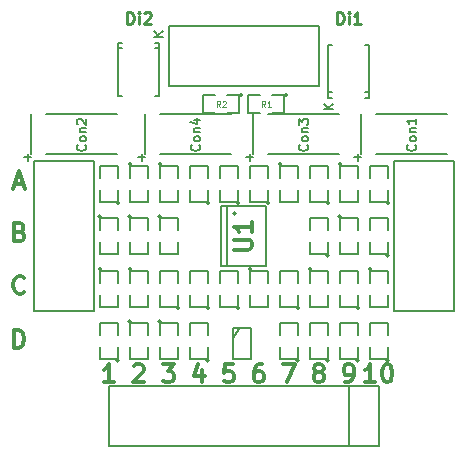
<source format=gbr>
G04 #@! TF.FileFunction,Legend,Top*
%FSLAX46Y46*%
G04 Gerber Fmt 4.6, Leading zero omitted, Abs format (unit mm)*
G04 Created by KiCad (PCBNEW 4.0.2+dfsg1-2~bpo8+1-stable) date Fri 31 Mar 2017 07:50:44 PM CEST*
%MOMM*%
G01*
G04 APERTURE LIST*
%ADD10C,0.100000*%
%ADD11C,0.300000*%
%ADD12C,0.150000*%
%ADD13C,0.304800*%
%ADD14C,0.109220*%
%ADD15C,0.250000*%
%ADD16C,0.200000*%
G04 APERTURE END LIST*
D10*
D11*
X127877143Y-105961571D02*
X127877143Y-104461571D01*
X128234286Y-104461571D01*
X128448571Y-104533000D01*
X128591429Y-104675857D01*
X128662857Y-104818714D01*
X128734286Y-105104429D01*
X128734286Y-105318714D01*
X128662857Y-105604429D01*
X128591429Y-105747286D01*
X128448571Y-105890143D01*
X128234286Y-105961571D01*
X127877143Y-105961571D01*
X128734286Y-101246714D02*
X128662857Y-101318143D01*
X128448571Y-101389571D01*
X128305714Y-101389571D01*
X128091429Y-101318143D01*
X127948571Y-101175286D01*
X127877143Y-101032429D01*
X127805714Y-100746714D01*
X127805714Y-100532429D01*
X127877143Y-100246714D01*
X127948571Y-100103857D01*
X128091429Y-99961000D01*
X128305714Y-99889571D01*
X128448571Y-99889571D01*
X128662857Y-99961000D01*
X128734286Y-100032429D01*
X128377143Y-96158857D02*
X128591429Y-96230286D01*
X128662857Y-96301714D01*
X128734286Y-96444571D01*
X128734286Y-96658857D01*
X128662857Y-96801714D01*
X128591429Y-96873143D01*
X128448571Y-96944571D01*
X127877143Y-96944571D01*
X127877143Y-95444571D01*
X128377143Y-95444571D01*
X128520000Y-95516000D01*
X128591429Y-95587429D01*
X128662857Y-95730286D01*
X128662857Y-95873143D01*
X128591429Y-96016000D01*
X128520000Y-96087429D01*
X128377143Y-96158857D01*
X127877143Y-96158857D01*
X127912857Y-92071000D02*
X128627143Y-92071000D01*
X127770000Y-92499571D02*
X128270000Y-90999571D01*
X128770000Y-92499571D01*
X158464286Y-108882571D02*
X157607143Y-108882571D01*
X158035715Y-108882571D02*
X158035715Y-107382571D01*
X157892858Y-107596857D01*
X157750000Y-107739714D01*
X157607143Y-107811143D01*
X159392857Y-107382571D02*
X159535714Y-107382571D01*
X159678571Y-107454000D01*
X159750000Y-107525429D01*
X159821429Y-107668286D01*
X159892857Y-107954000D01*
X159892857Y-108311143D01*
X159821429Y-108596857D01*
X159750000Y-108739714D01*
X159678571Y-108811143D01*
X159535714Y-108882571D01*
X159392857Y-108882571D01*
X159250000Y-108811143D01*
X159178571Y-108739714D01*
X159107143Y-108596857D01*
X159035714Y-108311143D01*
X159035714Y-107954000D01*
X159107143Y-107668286D01*
X159178571Y-107525429D01*
X159250000Y-107454000D01*
X159392857Y-107382571D01*
X155924286Y-108882571D02*
X156210001Y-108882571D01*
X156352858Y-108811143D01*
X156424286Y-108739714D01*
X156567144Y-108525429D01*
X156638572Y-108239714D01*
X156638572Y-107668286D01*
X156567144Y-107525429D01*
X156495715Y-107454000D01*
X156352858Y-107382571D01*
X156067144Y-107382571D01*
X155924286Y-107454000D01*
X155852858Y-107525429D01*
X155781429Y-107668286D01*
X155781429Y-108025429D01*
X155852858Y-108168286D01*
X155924286Y-108239714D01*
X156067144Y-108311143D01*
X156352858Y-108311143D01*
X156495715Y-108239714D01*
X156567144Y-108168286D01*
X156638572Y-108025429D01*
X153527144Y-108025429D02*
X153384286Y-107954000D01*
X153312858Y-107882571D01*
X153241429Y-107739714D01*
X153241429Y-107668286D01*
X153312858Y-107525429D01*
X153384286Y-107454000D01*
X153527144Y-107382571D01*
X153812858Y-107382571D01*
X153955715Y-107454000D01*
X154027144Y-107525429D01*
X154098572Y-107668286D01*
X154098572Y-107739714D01*
X154027144Y-107882571D01*
X153955715Y-107954000D01*
X153812858Y-108025429D01*
X153527144Y-108025429D01*
X153384286Y-108096857D01*
X153312858Y-108168286D01*
X153241429Y-108311143D01*
X153241429Y-108596857D01*
X153312858Y-108739714D01*
X153384286Y-108811143D01*
X153527144Y-108882571D01*
X153812858Y-108882571D01*
X153955715Y-108811143D01*
X154027144Y-108739714D01*
X154098572Y-108596857D01*
X154098572Y-108311143D01*
X154027144Y-108168286D01*
X153955715Y-108096857D01*
X153812858Y-108025429D01*
X150630001Y-107382571D02*
X151630001Y-107382571D01*
X150987144Y-108882571D01*
X148875715Y-107382571D02*
X148590001Y-107382571D01*
X148447144Y-107454000D01*
X148375715Y-107525429D01*
X148232858Y-107739714D01*
X148161429Y-108025429D01*
X148161429Y-108596857D01*
X148232858Y-108739714D01*
X148304286Y-108811143D01*
X148447144Y-108882571D01*
X148732858Y-108882571D01*
X148875715Y-108811143D01*
X148947144Y-108739714D01*
X149018572Y-108596857D01*
X149018572Y-108239714D01*
X148947144Y-108096857D01*
X148875715Y-108025429D01*
X148732858Y-107954000D01*
X148447144Y-107954000D01*
X148304286Y-108025429D01*
X148232858Y-108096857D01*
X148161429Y-108239714D01*
X146407144Y-107382571D02*
X145692858Y-107382571D01*
X145621429Y-108096857D01*
X145692858Y-108025429D01*
X145835715Y-107954000D01*
X146192858Y-107954000D01*
X146335715Y-108025429D01*
X146407144Y-108096857D01*
X146478572Y-108239714D01*
X146478572Y-108596857D01*
X146407144Y-108739714D01*
X146335715Y-108811143D01*
X146192858Y-108882571D01*
X145835715Y-108882571D01*
X145692858Y-108811143D01*
X145621429Y-108739714D01*
X143795715Y-107882571D02*
X143795715Y-108882571D01*
X143438572Y-107311143D02*
X143081429Y-108382571D01*
X144010001Y-108382571D01*
X140470001Y-107382571D02*
X141398572Y-107382571D01*
X140898572Y-107954000D01*
X141112858Y-107954000D01*
X141255715Y-108025429D01*
X141327144Y-108096857D01*
X141398572Y-108239714D01*
X141398572Y-108596857D01*
X141327144Y-108739714D01*
X141255715Y-108811143D01*
X141112858Y-108882571D01*
X140684286Y-108882571D01*
X140541429Y-108811143D01*
X140470001Y-108739714D01*
X138001429Y-107525429D02*
X138072858Y-107454000D01*
X138215715Y-107382571D01*
X138572858Y-107382571D01*
X138715715Y-107454000D01*
X138787144Y-107525429D01*
X138858572Y-107668286D01*
X138858572Y-107811143D01*
X138787144Y-108025429D01*
X137930001Y-108882571D01*
X138858572Y-108882571D01*
X136318572Y-108882571D02*
X135461429Y-108882571D01*
X135890001Y-108882571D02*
X135890001Y-107382571D01*
X135747144Y-107596857D01*
X135604286Y-107739714D01*
X135461429Y-107811143D01*
D12*
X165100000Y-102870000D02*
X160020000Y-102870000D01*
X160020000Y-102870000D02*
X160020000Y-90170000D01*
X160020000Y-90170000D02*
X165100000Y-90170000D01*
X165100000Y-90170000D02*
X165100000Y-102870000D01*
X159639000Y-98171000D02*
G75*
G03X159639000Y-98171000I-127000J0D01*
G01*
X159512000Y-97028000D02*
X159512000Y-98044000D01*
X159512000Y-98044000D02*
X157988000Y-98044000D01*
X157988000Y-98044000D02*
X157988000Y-97028000D01*
X157988000Y-96012000D02*
X157988000Y-94996000D01*
X157988000Y-94996000D02*
X159512000Y-94996000D01*
X159512000Y-94996000D02*
X159512000Y-96012000D01*
X146685000Y-94615000D02*
G75*
G03X146685000Y-94615000I-127000J0D01*
G01*
X145923000Y-93980000D02*
X145923000Y-99060000D01*
X149225000Y-93980000D02*
X149225000Y-99060000D01*
X145415000Y-93980000D02*
X145415000Y-99060000D01*
X145415000Y-93980000D02*
X149225000Y-93980000D01*
X145415000Y-99060000D02*
X149225000Y-99060000D01*
X137795000Y-99314000D02*
G75*
G03X137795000Y-99314000I-127000J0D01*
G01*
X137668000Y-100457000D02*
X137668000Y-99441000D01*
X137668000Y-99441000D02*
X139192000Y-99441000D01*
X139192000Y-99441000D02*
X139192000Y-100457000D01*
X139192000Y-101473000D02*
X139192000Y-102489000D01*
X139192000Y-102489000D02*
X137668000Y-102489000D01*
X137668000Y-102489000D02*
X137668000Y-101473000D01*
X140335000Y-90424000D02*
G75*
G03X140335000Y-90424000I-127000J0D01*
G01*
X140208000Y-91567000D02*
X140208000Y-90551000D01*
X140208000Y-90551000D02*
X141732000Y-90551000D01*
X141732000Y-90551000D02*
X141732000Y-91567000D01*
X141732000Y-92583000D02*
X141732000Y-93599000D01*
X141732000Y-93599000D02*
X140208000Y-93599000D01*
X140208000Y-93599000D02*
X140208000Y-92583000D01*
X136779000Y-93726000D02*
G75*
G03X136779000Y-93726000I-127000J0D01*
G01*
X136652000Y-92583000D02*
X136652000Y-93599000D01*
X136652000Y-93599000D02*
X135128000Y-93599000D01*
X135128000Y-93599000D02*
X135128000Y-92583000D01*
X135128000Y-91567000D02*
X135128000Y-90551000D01*
X135128000Y-90551000D02*
X136652000Y-90551000D01*
X136652000Y-90551000D02*
X136652000Y-91567000D01*
X135255000Y-94869000D02*
G75*
G03X135255000Y-94869000I-127000J0D01*
G01*
X135128000Y-96012000D02*
X135128000Y-94996000D01*
X135128000Y-94996000D02*
X136652000Y-94996000D01*
X136652000Y-94996000D02*
X136652000Y-96012000D01*
X136652000Y-97028000D02*
X136652000Y-98044000D01*
X136652000Y-98044000D02*
X135128000Y-98044000D01*
X135128000Y-98044000D02*
X135128000Y-97028000D01*
X146939000Y-93726000D02*
G75*
G03X146939000Y-93726000I-127000J0D01*
G01*
X146812000Y-92583000D02*
X146812000Y-93599000D01*
X146812000Y-93599000D02*
X145288000Y-93599000D01*
X145288000Y-93599000D02*
X145288000Y-92583000D01*
X145288000Y-91567000D02*
X145288000Y-90551000D01*
X145288000Y-90551000D02*
X146812000Y-90551000D01*
X146812000Y-90551000D02*
X146812000Y-91567000D01*
X149479000Y-93726000D02*
G75*
G03X149479000Y-93726000I-127000J0D01*
G01*
X149352000Y-92583000D02*
X149352000Y-93599000D01*
X149352000Y-93599000D02*
X147828000Y-93599000D01*
X147828000Y-93599000D02*
X147828000Y-92583000D01*
X147828000Y-91567000D02*
X147828000Y-90551000D01*
X147828000Y-90551000D02*
X149352000Y-90551000D01*
X149352000Y-90551000D02*
X149352000Y-91567000D01*
X144399000Y-102616000D02*
G75*
G03X144399000Y-102616000I-127000J0D01*
G01*
X144272000Y-101473000D02*
X144272000Y-102489000D01*
X144272000Y-102489000D02*
X142748000Y-102489000D01*
X142748000Y-102489000D02*
X142748000Y-101473000D01*
X142748000Y-100457000D02*
X142748000Y-99441000D01*
X142748000Y-99441000D02*
X144272000Y-99441000D01*
X144272000Y-99441000D02*
X144272000Y-100457000D01*
X150495000Y-90424000D02*
G75*
G03X150495000Y-90424000I-127000J0D01*
G01*
X150368000Y-91567000D02*
X150368000Y-90551000D01*
X150368000Y-90551000D02*
X151892000Y-90551000D01*
X151892000Y-90551000D02*
X151892000Y-91567000D01*
X151892000Y-92583000D02*
X151892000Y-93599000D01*
X151892000Y-93599000D02*
X150368000Y-93599000D01*
X150368000Y-93599000D02*
X150368000Y-92583000D01*
X153035000Y-99314000D02*
G75*
G03X153035000Y-99314000I-127000J0D01*
G01*
X152908000Y-100457000D02*
X152908000Y-99441000D01*
X152908000Y-99441000D02*
X154432000Y-99441000D01*
X154432000Y-99441000D02*
X154432000Y-100457000D01*
X154432000Y-101473000D02*
X154432000Y-102489000D01*
X154432000Y-102489000D02*
X152908000Y-102489000D01*
X152908000Y-102489000D02*
X152908000Y-101473000D01*
X159639000Y-93726000D02*
G75*
G03X159639000Y-93726000I-127000J0D01*
G01*
X159512000Y-92583000D02*
X159512000Y-93599000D01*
X159512000Y-93599000D02*
X157988000Y-93599000D01*
X157988000Y-93599000D02*
X157988000Y-92583000D01*
X157988000Y-91567000D02*
X157988000Y-90551000D01*
X157988000Y-90551000D02*
X159512000Y-90551000D01*
X159512000Y-90551000D02*
X159512000Y-91567000D01*
X154559000Y-98171000D02*
G75*
G03X154559000Y-98171000I-127000J0D01*
G01*
X154432000Y-97028000D02*
X154432000Y-98044000D01*
X154432000Y-98044000D02*
X152908000Y-98044000D01*
X152908000Y-98044000D02*
X152908000Y-97028000D01*
X152908000Y-96012000D02*
X152908000Y-94996000D01*
X152908000Y-94996000D02*
X154432000Y-94996000D01*
X154432000Y-94996000D02*
X154432000Y-96012000D01*
X158750000Y-109220000D02*
X158750000Y-114300000D01*
X158750000Y-114300000D02*
X156210000Y-114300000D01*
X156210000Y-114300000D02*
X156210000Y-109220000D01*
X156210000Y-109220000D02*
X158750000Y-109220000D01*
X153670000Y-78740000D02*
X153670000Y-83820000D01*
X153670000Y-83820000D02*
X140970000Y-83820000D01*
X140970000Y-83820000D02*
X140970000Y-78740000D01*
X140970000Y-78740000D02*
X153670000Y-78740000D01*
X134620000Y-102870000D02*
X129540000Y-102870000D01*
X129540000Y-102870000D02*
X129540000Y-90170000D01*
X129540000Y-90170000D02*
X134620000Y-90170000D01*
X134620000Y-90170000D02*
X134620000Y-102870000D01*
X141859000Y-102616000D02*
G75*
G03X141859000Y-102616000I-127000J0D01*
G01*
X141732000Y-101473000D02*
X141732000Y-102489000D01*
X141732000Y-102489000D02*
X140208000Y-102489000D01*
X140208000Y-102489000D02*
X140208000Y-101473000D01*
X140208000Y-100457000D02*
X140208000Y-99441000D01*
X140208000Y-99441000D02*
X141732000Y-99441000D01*
X141732000Y-99441000D02*
X141732000Y-100457000D01*
X140335000Y-94869000D02*
G75*
G03X140335000Y-94869000I-127000J0D01*
G01*
X140208000Y-96012000D02*
X140208000Y-94996000D01*
X140208000Y-94996000D02*
X141732000Y-94996000D01*
X141732000Y-94996000D02*
X141732000Y-96012000D01*
X141732000Y-97028000D02*
X141732000Y-98044000D01*
X141732000Y-98044000D02*
X140208000Y-98044000D01*
X140208000Y-98044000D02*
X140208000Y-97028000D01*
X136779000Y-107061000D02*
G75*
G03X136779000Y-107061000I-127000J0D01*
G01*
X136652000Y-105918000D02*
X136652000Y-106934000D01*
X136652000Y-106934000D02*
X135128000Y-106934000D01*
X135128000Y-106934000D02*
X135128000Y-105918000D01*
X135128000Y-104902000D02*
X135128000Y-103886000D01*
X135128000Y-103886000D02*
X136652000Y-103886000D01*
X136652000Y-103886000D02*
X136652000Y-104902000D01*
X137795000Y-103759000D02*
G75*
G03X137795000Y-103759000I-127000J0D01*
G01*
X137668000Y-104902000D02*
X137668000Y-103886000D01*
X137668000Y-103886000D02*
X139192000Y-103886000D01*
X139192000Y-103886000D02*
X139192000Y-104902000D01*
X139192000Y-105918000D02*
X139192000Y-106934000D01*
X139192000Y-106934000D02*
X137668000Y-106934000D01*
X137668000Y-106934000D02*
X137668000Y-105918000D01*
X144399000Y-93726000D02*
G75*
G03X144399000Y-93726000I-127000J0D01*
G01*
X144272000Y-92583000D02*
X144272000Y-93599000D01*
X144272000Y-93599000D02*
X142748000Y-93599000D01*
X142748000Y-93599000D02*
X142748000Y-92583000D01*
X142748000Y-91567000D02*
X142748000Y-90551000D01*
X142748000Y-90551000D02*
X144272000Y-90551000D01*
X144272000Y-90551000D02*
X144272000Y-91567000D01*
X140335000Y-103759000D02*
G75*
G03X140335000Y-103759000I-127000J0D01*
G01*
X140208000Y-104902000D02*
X140208000Y-103886000D01*
X140208000Y-103886000D02*
X141732000Y-103886000D01*
X141732000Y-103886000D02*
X141732000Y-104902000D01*
X141732000Y-105918000D02*
X141732000Y-106934000D01*
X141732000Y-106934000D02*
X140208000Y-106934000D01*
X140208000Y-106934000D02*
X140208000Y-105918000D01*
X137795000Y-94869000D02*
G75*
G03X137795000Y-94869000I-127000J0D01*
G01*
X137668000Y-96012000D02*
X137668000Y-94996000D01*
X137668000Y-94996000D02*
X139192000Y-94996000D01*
X139192000Y-94996000D02*
X139192000Y-96012000D01*
X139192000Y-97028000D02*
X139192000Y-98044000D01*
X139192000Y-98044000D02*
X137668000Y-98044000D01*
X137668000Y-98044000D02*
X137668000Y-97028000D01*
X137795000Y-90424000D02*
G75*
G03X137795000Y-90424000I-127000J0D01*
G01*
X137668000Y-91567000D02*
X137668000Y-90551000D01*
X137668000Y-90551000D02*
X139192000Y-90551000D01*
X139192000Y-90551000D02*
X139192000Y-91567000D01*
X139192000Y-92583000D02*
X139192000Y-93599000D01*
X139192000Y-93599000D02*
X137668000Y-93599000D01*
X137668000Y-93599000D02*
X137668000Y-92583000D01*
X151003000Y-84582000D02*
G75*
G03X151003000Y-84582000I-127000J0D01*
G01*
X149733000Y-84582000D02*
X150749000Y-84582000D01*
X150749000Y-84582000D02*
X150749000Y-86106000D01*
X150749000Y-86106000D02*
X149733000Y-86106000D01*
X148717000Y-86106000D02*
X147701000Y-86106000D01*
X147701000Y-86106000D02*
X147701000Y-84582000D01*
X147701000Y-84582000D02*
X148717000Y-84582000D01*
X147193000Y-84582000D02*
G75*
G03X147193000Y-84582000I-127000J0D01*
G01*
X145923000Y-84582000D02*
X146939000Y-84582000D01*
X146939000Y-84582000D02*
X146939000Y-86106000D01*
X146939000Y-86106000D02*
X145923000Y-86106000D01*
X144907000Y-86106000D02*
X143891000Y-86106000D01*
X143891000Y-86106000D02*
X143891000Y-84582000D01*
X143891000Y-84582000D02*
X144907000Y-84582000D01*
X157099000Y-107061000D02*
G75*
G03X157099000Y-107061000I-127000J0D01*
G01*
X156972000Y-105918000D02*
X156972000Y-106934000D01*
X156972000Y-106934000D02*
X155448000Y-106934000D01*
X155448000Y-106934000D02*
X155448000Y-105918000D01*
X155448000Y-104902000D02*
X155448000Y-103886000D01*
X155448000Y-103886000D02*
X156972000Y-103886000D01*
X156972000Y-103886000D02*
X156972000Y-104902000D01*
X154559000Y-93726000D02*
G75*
G03X154559000Y-93726000I-127000J0D01*
G01*
X154432000Y-92583000D02*
X154432000Y-93599000D01*
X154432000Y-93599000D02*
X152908000Y-93599000D01*
X152908000Y-93599000D02*
X152908000Y-92583000D01*
X152908000Y-91567000D02*
X152908000Y-90551000D01*
X152908000Y-90551000D02*
X154432000Y-90551000D01*
X154432000Y-90551000D02*
X154432000Y-91567000D01*
X154559000Y-107061000D02*
G75*
G03X154559000Y-107061000I-127000J0D01*
G01*
X154432000Y-105918000D02*
X154432000Y-106934000D01*
X154432000Y-106934000D02*
X152908000Y-106934000D01*
X152908000Y-106934000D02*
X152908000Y-105918000D01*
X152908000Y-104902000D02*
X152908000Y-103886000D01*
X152908000Y-103886000D02*
X154432000Y-103886000D01*
X154432000Y-103886000D02*
X154432000Y-104902000D01*
X152019000Y-102616000D02*
G75*
G03X152019000Y-102616000I-127000J0D01*
G01*
X151892000Y-101473000D02*
X151892000Y-102489000D01*
X151892000Y-102489000D02*
X150368000Y-102489000D01*
X150368000Y-102489000D02*
X150368000Y-101473000D01*
X150368000Y-100457000D02*
X150368000Y-99441000D01*
X150368000Y-99441000D02*
X151892000Y-99441000D01*
X151892000Y-99441000D02*
X151892000Y-100457000D01*
X157099000Y-102616000D02*
G75*
G03X157099000Y-102616000I-127000J0D01*
G01*
X156972000Y-101473000D02*
X156972000Y-102489000D01*
X156972000Y-102489000D02*
X155448000Y-102489000D01*
X155448000Y-102489000D02*
X155448000Y-101473000D01*
X155448000Y-100457000D02*
X155448000Y-99441000D01*
X155448000Y-99441000D02*
X156972000Y-99441000D01*
X156972000Y-99441000D02*
X156972000Y-100457000D01*
X159639000Y-107061000D02*
G75*
G03X159639000Y-107061000I-127000J0D01*
G01*
X159512000Y-105918000D02*
X159512000Y-106934000D01*
X159512000Y-106934000D02*
X157988000Y-106934000D01*
X157988000Y-106934000D02*
X157988000Y-105918000D01*
X157988000Y-104902000D02*
X157988000Y-103886000D01*
X157988000Y-103886000D02*
X159512000Y-103886000D01*
X159512000Y-103886000D02*
X159512000Y-104902000D01*
X155575000Y-94869000D02*
G75*
G03X155575000Y-94869000I-127000J0D01*
G01*
X155448000Y-96012000D02*
X155448000Y-94996000D01*
X155448000Y-94996000D02*
X156972000Y-94996000D01*
X156972000Y-94996000D02*
X156972000Y-96012000D01*
X156972000Y-97028000D02*
X156972000Y-98044000D01*
X156972000Y-98044000D02*
X155448000Y-98044000D01*
X155448000Y-98044000D02*
X155448000Y-97028000D01*
X155575000Y-90424000D02*
G75*
G03X155575000Y-90424000I-127000J0D01*
G01*
X155448000Y-91567000D02*
X155448000Y-90551000D01*
X155448000Y-90551000D02*
X156972000Y-90551000D01*
X156972000Y-90551000D02*
X156972000Y-91567000D01*
X156972000Y-92583000D02*
X156972000Y-93599000D01*
X156972000Y-93599000D02*
X155448000Y-93599000D01*
X155448000Y-93599000D02*
X155448000Y-92583000D01*
X140180060Y-80622140D02*
X139829540Y-80622140D01*
X136679940Y-80622140D02*
X137030460Y-80622140D01*
X140180060Y-80172560D02*
X139829540Y-80172560D01*
X140180060Y-84673440D02*
X139829540Y-84673440D01*
X136679940Y-84673440D02*
X137030460Y-84673440D01*
X136679940Y-80172560D02*
X137030460Y-80172560D01*
X140180060Y-84673440D02*
X140180060Y-80172560D01*
X136679940Y-84673440D02*
X136679940Y-80172560D01*
X154459940Y-84350860D02*
X154810460Y-84350860D01*
X157960060Y-84350860D02*
X157609540Y-84350860D01*
X154459940Y-84800440D02*
X154810460Y-84800440D01*
X154459940Y-80299560D02*
X154810460Y-80299560D01*
X157960060Y-80299560D02*
X157609540Y-80299560D01*
X157960060Y-84800440D02*
X157609540Y-84800440D01*
X154459940Y-80299560D02*
X154459940Y-84800440D01*
X157960060Y-80299560D02*
X157960060Y-84800440D01*
X135255000Y-99314000D02*
G75*
G03X135255000Y-99314000I-127000J0D01*
G01*
X135128000Y-100457000D02*
X135128000Y-99441000D01*
X135128000Y-99441000D02*
X136652000Y-99441000D01*
X136652000Y-99441000D02*
X136652000Y-100457000D01*
X136652000Y-101473000D02*
X136652000Y-102489000D01*
X136652000Y-102489000D02*
X135128000Y-102489000D01*
X135128000Y-102489000D02*
X135128000Y-101473000D01*
X158115000Y-99314000D02*
G75*
G03X158115000Y-99314000I-127000J0D01*
G01*
X157988000Y-100457000D02*
X157988000Y-99441000D01*
X157988000Y-99441000D02*
X159512000Y-99441000D01*
X159512000Y-99441000D02*
X159512000Y-100457000D01*
X159512000Y-101473000D02*
X159512000Y-102489000D01*
X159512000Y-102489000D02*
X157988000Y-102489000D01*
X157988000Y-102489000D02*
X157988000Y-101473000D01*
X157243780Y-86184740D02*
X157243780Y-89583260D01*
X164543740Y-89583260D02*
X158544260Y-89583260D01*
X164543740Y-86184740D02*
X158544260Y-86184740D01*
X129303780Y-86184740D02*
X129303780Y-89583260D01*
X136603740Y-89583260D02*
X130604260Y-89583260D01*
X136603740Y-86184740D02*
X130604260Y-86184740D01*
X148099780Y-86184740D02*
X148099780Y-89583260D01*
X155399740Y-89583260D02*
X149400260Y-89583260D01*
X155399740Y-86184740D02*
X149400260Y-86184740D01*
X138955780Y-86184740D02*
X138955780Y-89583260D01*
X146255740Y-89583260D02*
X140256260Y-89583260D01*
X146255740Y-86184740D02*
X140256260Y-86184740D01*
X156210000Y-109220000D02*
X156210000Y-114300000D01*
X156210000Y-114300000D02*
X135890000Y-114300000D01*
X135890000Y-114300000D02*
X135890000Y-109220000D01*
X135890000Y-109220000D02*
X156210000Y-109220000D01*
X146939000Y-102616000D02*
G75*
G03X146939000Y-102616000I-127000J0D01*
G01*
X146812000Y-101473000D02*
X146812000Y-102489000D01*
X146812000Y-102489000D02*
X145288000Y-102489000D01*
X145288000Y-102489000D02*
X145288000Y-101473000D01*
X145288000Y-100457000D02*
X145288000Y-99441000D01*
X145288000Y-99441000D02*
X146812000Y-99441000D01*
X146812000Y-99441000D02*
X146812000Y-100457000D01*
X147955000Y-99314000D02*
G75*
G03X147955000Y-99314000I-127000J0D01*
G01*
X147828000Y-100457000D02*
X147828000Y-99441000D01*
X147828000Y-99441000D02*
X149352000Y-99441000D01*
X149352000Y-99441000D02*
X149352000Y-100457000D01*
X149352000Y-101473000D02*
X149352000Y-102489000D01*
X149352000Y-102489000D02*
X147828000Y-102489000D01*
X147828000Y-102489000D02*
X147828000Y-101473000D01*
X144399000Y-107061000D02*
G75*
G03X144399000Y-107061000I-127000J0D01*
G01*
X144272000Y-105918000D02*
X144272000Y-106934000D01*
X144272000Y-106934000D02*
X142748000Y-106934000D01*
X142748000Y-106934000D02*
X142748000Y-105918000D01*
X142748000Y-104902000D02*
X142748000Y-103886000D01*
X142748000Y-103886000D02*
X144272000Y-103886000D01*
X144272000Y-103886000D02*
X144272000Y-104902000D01*
X152019000Y-107061000D02*
G75*
G03X152019000Y-107061000I-127000J0D01*
G01*
X151892000Y-105918000D02*
X151892000Y-106934000D01*
X151892000Y-106934000D02*
X150368000Y-106934000D01*
X150368000Y-106934000D02*
X150368000Y-105918000D01*
X150368000Y-104902000D02*
X150368000Y-103886000D01*
X150368000Y-103886000D02*
X151892000Y-103886000D01*
X151892000Y-103886000D02*
X151892000Y-104902000D01*
X146431000Y-105156000D02*
X146939000Y-104394000D01*
X146431000Y-106934000D02*
X146431000Y-104330500D01*
X146431000Y-104330500D02*
X147955000Y-104330500D01*
X147955000Y-104330500D02*
X147955000Y-106934000D01*
X147955000Y-106934000D02*
X146431000Y-106934000D01*
D13*
X146485429Y-97681143D02*
X147719143Y-97681143D01*
X147864286Y-97608571D01*
X147936857Y-97536000D01*
X148009429Y-97390857D01*
X148009429Y-97100571D01*
X147936857Y-96955429D01*
X147864286Y-96882857D01*
X147719143Y-96810286D01*
X146485429Y-96810286D01*
X148009429Y-95286286D02*
X148009429Y-96157143D01*
X148009429Y-95721715D02*
X146485429Y-95721715D01*
X146703143Y-95866858D01*
X146848286Y-96012000D01*
X146920857Y-96157143D01*
D14*
X149141604Y-85570362D02*
X148974810Y-85332086D01*
X148855672Y-85570362D02*
X148855672Y-85069982D01*
X149046293Y-85069982D01*
X149093948Y-85093810D01*
X149117776Y-85117638D01*
X149141604Y-85165293D01*
X149141604Y-85236776D01*
X149117776Y-85284431D01*
X149093948Y-85308259D01*
X149046293Y-85332086D01*
X148855672Y-85332086D01*
X149618156Y-85570362D02*
X149332224Y-85570362D01*
X149475190Y-85570362D02*
X149475190Y-85069982D01*
X149427535Y-85141465D01*
X149379880Y-85189120D01*
X149332224Y-85212948D01*
X145331604Y-85570362D02*
X145164810Y-85332086D01*
X145045672Y-85570362D02*
X145045672Y-85069982D01*
X145236293Y-85069982D01*
X145283948Y-85093810D01*
X145307776Y-85117638D01*
X145331604Y-85165293D01*
X145331604Y-85236776D01*
X145307776Y-85284431D01*
X145283948Y-85308259D01*
X145236293Y-85332086D01*
X145045672Y-85332086D01*
X145522224Y-85117638D02*
X145546052Y-85093810D01*
X145593707Y-85069982D01*
X145712845Y-85069982D01*
X145760501Y-85093810D01*
X145784328Y-85117638D01*
X145808156Y-85165293D01*
X145808156Y-85212948D01*
X145784328Y-85284431D01*
X145498397Y-85570362D01*
X145808156Y-85570362D01*
D15*
X137453810Y-78557381D02*
X137453810Y-77557381D01*
X137691905Y-77557381D01*
X137834763Y-77605000D01*
X137930001Y-77700238D01*
X137977620Y-77795476D01*
X138025239Y-77985952D01*
X138025239Y-78128810D01*
X137977620Y-78319286D01*
X137930001Y-78414524D01*
X137834763Y-78509762D01*
X137691905Y-78557381D01*
X137453810Y-78557381D01*
X138453810Y-78557381D02*
X138453810Y-77890714D01*
X138453810Y-77557381D02*
X138406191Y-77605000D01*
X138453810Y-77652619D01*
X138501429Y-77605000D01*
X138453810Y-77557381D01*
X138453810Y-77652619D01*
X138882381Y-77652619D02*
X138930000Y-77605000D01*
X139025238Y-77557381D01*
X139263334Y-77557381D01*
X139358572Y-77605000D01*
X139406191Y-77652619D01*
X139453810Y-77747857D01*
X139453810Y-77843095D01*
X139406191Y-77985952D01*
X138834762Y-78557381D01*
X139453810Y-78557381D01*
D16*
X140491165Y-79632784D02*
X139691165Y-79632784D01*
X140491165Y-79175641D02*
X140034022Y-79518498D01*
X139691165Y-79175641D02*
X140148308Y-79632784D01*
D15*
X155233810Y-78557381D02*
X155233810Y-77557381D01*
X155471905Y-77557381D01*
X155614763Y-77605000D01*
X155710001Y-77700238D01*
X155757620Y-77795476D01*
X155805239Y-77985952D01*
X155805239Y-78128810D01*
X155757620Y-78319286D01*
X155710001Y-78414524D01*
X155614763Y-78509762D01*
X155471905Y-78557381D01*
X155233810Y-78557381D01*
X156233810Y-78557381D02*
X156233810Y-77890714D01*
X156233810Y-77557381D02*
X156186191Y-77605000D01*
X156233810Y-77652619D01*
X156281429Y-77605000D01*
X156233810Y-77557381D01*
X156233810Y-77652619D01*
X157233810Y-78557381D02*
X156662381Y-78557381D01*
X156948095Y-78557381D02*
X156948095Y-77557381D01*
X156852857Y-77700238D01*
X156757619Y-77795476D01*
X156662381Y-77843095D01*
D16*
X154872645Y-85759264D02*
X154072645Y-85759264D01*
X154872645Y-85302121D02*
X154415502Y-85644978D01*
X154072645Y-85302121D02*
X154529788Y-85759264D01*
X161842414Y-88779243D02*
X161880510Y-88817338D01*
X161918605Y-88931624D01*
X161918605Y-89007814D01*
X161880510Y-89122100D01*
X161804319Y-89198291D01*
X161728129Y-89236386D01*
X161575748Y-89274481D01*
X161461462Y-89274481D01*
X161309081Y-89236386D01*
X161232890Y-89198291D01*
X161156700Y-89122100D01*
X161118605Y-89007814D01*
X161118605Y-88931624D01*
X161156700Y-88817338D01*
X161194795Y-88779243D01*
X161918605Y-88322100D02*
X161880510Y-88398291D01*
X161842414Y-88436386D01*
X161766224Y-88474481D01*
X161537652Y-88474481D01*
X161461462Y-88436386D01*
X161423367Y-88398291D01*
X161385271Y-88322100D01*
X161385271Y-88207814D01*
X161423367Y-88131624D01*
X161461462Y-88093529D01*
X161537652Y-88055433D01*
X161766224Y-88055433D01*
X161842414Y-88093529D01*
X161880510Y-88131624D01*
X161918605Y-88207814D01*
X161918605Y-88322100D01*
X161385271Y-87712576D02*
X161918605Y-87712576D01*
X161461462Y-87712576D02*
X161423367Y-87674481D01*
X161385271Y-87598290D01*
X161385271Y-87484004D01*
X161423367Y-87407814D01*
X161499557Y-87369719D01*
X161918605Y-87369719D01*
X161918605Y-86569718D02*
X161918605Y-87026861D01*
X161918605Y-86798290D02*
X161118605Y-86798290D01*
X161232890Y-86874480D01*
X161309081Y-86950671D01*
X161347176Y-87026861D01*
X156667238Y-89846143D02*
X157276762Y-89846143D01*
X156972000Y-90150905D02*
X156972000Y-89541381D01*
X133902414Y-88779243D02*
X133940510Y-88817338D01*
X133978605Y-88931624D01*
X133978605Y-89007814D01*
X133940510Y-89122100D01*
X133864319Y-89198291D01*
X133788129Y-89236386D01*
X133635748Y-89274481D01*
X133521462Y-89274481D01*
X133369081Y-89236386D01*
X133292890Y-89198291D01*
X133216700Y-89122100D01*
X133178605Y-89007814D01*
X133178605Y-88931624D01*
X133216700Y-88817338D01*
X133254795Y-88779243D01*
X133978605Y-88322100D02*
X133940510Y-88398291D01*
X133902414Y-88436386D01*
X133826224Y-88474481D01*
X133597652Y-88474481D01*
X133521462Y-88436386D01*
X133483367Y-88398291D01*
X133445271Y-88322100D01*
X133445271Y-88207814D01*
X133483367Y-88131624D01*
X133521462Y-88093529D01*
X133597652Y-88055433D01*
X133826224Y-88055433D01*
X133902414Y-88093529D01*
X133940510Y-88131624D01*
X133978605Y-88207814D01*
X133978605Y-88322100D01*
X133445271Y-87712576D02*
X133978605Y-87712576D01*
X133521462Y-87712576D02*
X133483367Y-87674481D01*
X133445271Y-87598290D01*
X133445271Y-87484004D01*
X133483367Y-87407814D01*
X133559557Y-87369719D01*
X133978605Y-87369719D01*
X133254795Y-87026861D02*
X133216700Y-86988766D01*
X133178605Y-86912575D01*
X133178605Y-86722099D01*
X133216700Y-86645909D01*
X133254795Y-86607813D01*
X133330986Y-86569718D01*
X133407176Y-86569718D01*
X133521462Y-86607813D01*
X133978605Y-87064956D01*
X133978605Y-86569718D01*
X128727238Y-89846143D02*
X129336762Y-89846143D01*
X129032000Y-90150905D02*
X129032000Y-89541381D01*
X152698414Y-88779243D02*
X152736510Y-88817338D01*
X152774605Y-88931624D01*
X152774605Y-89007814D01*
X152736510Y-89122100D01*
X152660319Y-89198291D01*
X152584129Y-89236386D01*
X152431748Y-89274481D01*
X152317462Y-89274481D01*
X152165081Y-89236386D01*
X152088890Y-89198291D01*
X152012700Y-89122100D01*
X151974605Y-89007814D01*
X151974605Y-88931624D01*
X152012700Y-88817338D01*
X152050795Y-88779243D01*
X152774605Y-88322100D02*
X152736510Y-88398291D01*
X152698414Y-88436386D01*
X152622224Y-88474481D01*
X152393652Y-88474481D01*
X152317462Y-88436386D01*
X152279367Y-88398291D01*
X152241271Y-88322100D01*
X152241271Y-88207814D01*
X152279367Y-88131624D01*
X152317462Y-88093529D01*
X152393652Y-88055433D01*
X152622224Y-88055433D01*
X152698414Y-88093529D01*
X152736510Y-88131624D01*
X152774605Y-88207814D01*
X152774605Y-88322100D01*
X152241271Y-87712576D02*
X152774605Y-87712576D01*
X152317462Y-87712576D02*
X152279367Y-87674481D01*
X152241271Y-87598290D01*
X152241271Y-87484004D01*
X152279367Y-87407814D01*
X152355557Y-87369719D01*
X152774605Y-87369719D01*
X151974605Y-87064956D02*
X151974605Y-86569718D01*
X152279367Y-86836385D01*
X152279367Y-86722099D01*
X152317462Y-86645909D01*
X152355557Y-86607813D01*
X152431748Y-86569718D01*
X152622224Y-86569718D01*
X152698414Y-86607813D01*
X152736510Y-86645909D01*
X152774605Y-86722099D01*
X152774605Y-86950671D01*
X152736510Y-87026861D01*
X152698414Y-87064956D01*
X147523238Y-89846143D02*
X148132762Y-89846143D01*
X147828000Y-90150905D02*
X147828000Y-89541381D01*
X143554414Y-88779243D02*
X143592510Y-88817338D01*
X143630605Y-88931624D01*
X143630605Y-89007814D01*
X143592510Y-89122100D01*
X143516319Y-89198291D01*
X143440129Y-89236386D01*
X143287748Y-89274481D01*
X143173462Y-89274481D01*
X143021081Y-89236386D01*
X142944890Y-89198291D01*
X142868700Y-89122100D01*
X142830605Y-89007814D01*
X142830605Y-88931624D01*
X142868700Y-88817338D01*
X142906795Y-88779243D01*
X143630605Y-88322100D02*
X143592510Y-88398291D01*
X143554414Y-88436386D01*
X143478224Y-88474481D01*
X143249652Y-88474481D01*
X143173462Y-88436386D01*
X143135367Y-88398291D01*
X143097271Y-88322100D01*
X143097271Y-88207814D01*
X143135367Y-88131624D01*
X143173462Y-88093529D01*
X143249652Y-88055433D01*
X143478224Y-88055433D01*
X143554414Y-88093529D01*
X143592510Y-88131624D01*
X143630605Y-88207814D01*
X143630605Y-88322100D01*
X143097271Y-87712576D02*
X143630605Y-87712576D01*
X143173462Y-87712576D02*
X143135367Y-87674481D01*
X143097271Y-87598290D01*
X143097271Y-87484004D01*
X143135367Y-87407814D01*
X143211557Y-87369719D01*
X143630605Y-87369719D01*
X143097271Y-86645909D02*
X143630605Y-86645909D01*
X142792510Y-86836385D02*
X143363938Y-87026861D01*
X143363938Y-86531623D01*
X138379238Y-89846143D02*
X138988762Y-89846143D01*
X138684000Y-90150905D02*
X138684000Y-89541381D01*
M02*

</source>
